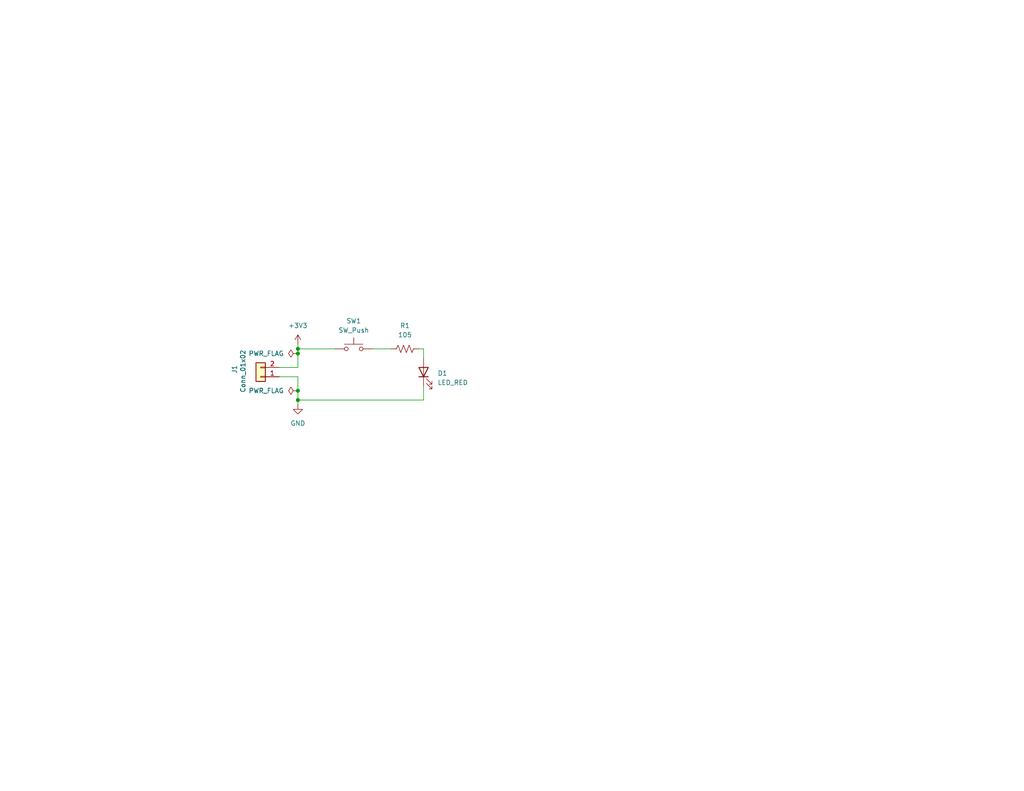
<source format=kicad_sch>
(kicad_sch (version 20231120) (generator "eeschema") (generator_version "8.0")
  (paper "USLetter")
  (title_block (title "LED Project") (date "2024-09-18") (rev "1.0") (company "Illini Solar Car") (comment 1 "Designed By: Tsung-chi Fang"))
  (lib_symbols
    (symbol "Connector_Generic:Conn_01x02" (pin_names (offset 1.016) hide)
      (property "Reference" "J" (at 0 2.54 0))
      (property "Value" "Conn_01x02" (at 0 -5.08 0))
      (symbol "Conn_01x02_1_1"
        (rectangle (start -1.27 -2.413) (end 0 -2.667) (stroke (width 0.1524)))
        (rectangle (start -1.27 0.127) (end 0 -0.127) (stroke (width 0.1524)))
        (rectangle (start -1.27 1.27) (end 1.27 -3.81) (stroke (width 0.254)) (fill (type background)))
        (pin passive line (at -5.08 0 0) (length 3.81) (name "Pin_1") (number "1"))
        (pin passive line (at -5.08 -2.54 0) (length 3.81) (name "Pin_2") (number "2"))
      )
    )
    (symbol "Device:R_US" (pin_numbers hide) (pin_names (offset 0))
      (property "Reference" "R" (at 2.54 0 90))
      (property "Value" "R_US" (at -2.54 0 90))
      (symbol "R_US_0_1"
        (polyline (pts (xy 0 -2.286) (xy 0 -2.54)))
        (polyline (pts (xy 0 2.286) (xy 0 2.54)))
        (polyline (pts (xy 0 -0.762) (xy 1.016 -1.143) (xy 0 -1.524) (xy -1.016 -1.905) (xy 0 -2.286)))
        (polyline (pts (xy 0 0.762) (xy 1.016 0.381) (xy 0 0) (xy -1.016 -0.381) (xy 0 -0.762)))
        (polyline (pts (xy 0 2.286) (xy 1.016 1.905) (xy 0 1.524) (xy -1.016 1.143) (xy 0 0.762)))
      )
      (symbol "R_US_1_1"
        (pin passive line (at 0 3.81 270) (length 1.27) (name "~") (number "1"))
        (pin passive line (at 0 -3.81 90) (length 1.27) (name "~") (number "2"))
      )
    )
    (symbol "Switch:SW_Push" (pin_numbers hide) (pin_names (offset 1.016) hide)
      (property "Reference" "SW" (at 1.27 2.54 0))
      (property "Value" "SW_Push" (at 0 -1.524 0))
      (symbol "SW_Push_0_1"
        (circle (center -2.032 0) (radius 0.508))
        (polyline (pts (xy 0 1.27) (xy 0 3.048)))
        (polyline (pts (xy 2.54 1.27) (xy -2.54 1.27)))
        (circle (center 2.032 0) (radius 0.508))
        (pin passive line (at -5.08 0 0) (length 2.54) (name "1") (number "1"))
        (pin passive line (at 5.08 0 180) (length 2.54) (name "2") (number "2"))
      )
    )
    (symbol "device:LED" (pin_numbers hide) (pin_names (offset 1.016) hide)
      (property "Reference" "D" (at 0 2.54 0))
      (property "Value" "LED" (at 0 -2.54 0))
      (symbol "LED_0_1"
        (polyline (pts (xy -1.27 -1.27) (xy -1.27 1.27)) (stroke (width 0.254)))
        (polyline (pts (xy -1.27 0) (xy 1.27 0)))
        (polyline (pts (xy 1.27 -1.27) (xy 1.27 1.27) (xy -1.27 0) (xy 1.27 -1.27)) (stroke (width 0.254)))
        (polyline (pts (xy -3.048 -0.762) (xy -4.572 -2.286) (xy -3.81 -2.286) (xy -4.572 -2.286) (xy -4.572 -1.524)))
        (polyline (pts (xy -1.778 -0.762) (xy -3.302 -2.286) (xy -2.54 -2.286) (xy -3.302 -2.286) (xy -3.302 -1.524)))
      )
      (symbol "LED_1_1"
        (pin passive line (at -3.81 0 0) (length 2.54) (name "K") (number "1"))
        (pin passive line (at 3.81 0 180) (length 2.54) (name "A") (number "2"))
      )
    )
    (symbol "power:+3V3" (power) (pin_names (offset 0))
      (property "Value" "+3V3" (at 0 3.556 0))
      (symbol "+3V3_0_1"
        (polyline (pts (xy -0.762 1.27) (xy 0 2.54)))
        (polyline (pts (xy 0 0) (xy 0 2.54)))
        (polyline (pts (xy 0 2.54) (xy 0.762 1.27)))
      )
      (symbol "+3V3_1_1"
        (pin power_in line (at 0 0 90) (length 0) hide (name "+3V3") (number "1"))
      )
    )
    (symbol "power:GND" (power) (pin_names (offset 0))
      (property "Value" "GND" (at 0 -3.81 0))
      (symbol "GND_0_1"
        (polyline (pts (xy 0 0) (xy 0 -1.27) (xy 1.27 -1.27) (xy 0 -2.54) (xy -1.27 -1.27) (xy 0 -1.27)))
      )
      (symbol "GND_1_1"
        (pin power_in line (at 0 0 270) (length 0) hide (name "GND") (number "1"))
      )
    )
    (symbol "power:PWR_FLAG" (power) (pin_numbers hide) (pin_names (offset 0) hide)
      (property "Value" "PWR_FLAG" (at 0 3.81 0))
      (symbol "PWR_FLAG_0_0"
        (pin power_out line (at 0 0 90) (length 0) (name "pwr") (number "1"))
      )
      (symbol "PWR_FLAG_0_1"
        (polyline (pts (xy 0 0) (xy 0 1.27) (xy -1.016 1.905) (xy 0 2.54) (xy 1.016 1.905) (xy 0 1.27)))
      )
    )
  )
  (junction (at 81.28 95.25))
  (junction (at 81.28 109.22))
  (junction (at 81.28 96.52))
  (junction (at 81.28 106.68))
  (wire (pts (xy 81.28 109.22) (xy 81.28 110.49)))
  (wire (pts (xy 115.57 95.25) (xy 115.57 97.79)))
  (wire (pts (xy 114.3 95.25) (xy 115.57 95.25)))
  (wire (pts (xy 81.28 95.25) (xy 81.28 96.52)))
  (wire (pts (xy 81.28 93.98) (xy 81.28 95.25)))
  (wire (pts (xy 115.57 105.41) (xy 115.57 109.22)))
  (wire (pts (xy 81.28 95.25) (xy 91.44 95.25)))
  (wire (pts (xy 81.28 109.22) (xy 115.57 109.22)))
  (wire (pts (xy 76.2 102.87) (xy 81.28 102.87)))
  (wire (pts (xy 76.2 100.33) (xy 81.28 100.33)))
  (wire (pts (xy 101.6 95.25) (xy 106.68 95.25)))
  (wire (pts (xy 81.28 102.87) (xy 81.28 106.68)))
  (wire (pts (xy 81.28 106.68) (xy 81.28 109.22)))
  (wire (pts (xy 81.28 100.33) (xy 81.28 96.52)))
  (symbol (lib_id "Switch:SW_Push") (at 96.52 95.25 0) (unit 1)
    (property "Reference" "SW1" (at 96.52 87.63 0))
    (property "Value" "SW_Push" (at 96.52 90.17 0))
    (property "Footprint" "Button_Switch_SMD:SW_DIP_SPSTx01_Slide_6.7x4.1mm_W8.61mm_P2.54mm_LowProfile" (effects (hide yes)))
    (property "Datasheet" "https://www.digikey.com/product-detail/en/te-connectivity-alcoswitch-switches/1825910-6/450-1650-ND/1632536?utm_adgroup=Supplier_TE&utm_source=google&utm_medium=cpc&utm_campaign=EN_Product_SKU_MBR&utm_term=%2B1825910-6&utm_content=Supplier_TE&gclid=Cj0KCQjwp4j6BRCRARIsAGq4yMGhBEsv1v5KcRzgW34aOMlPkoRB4A-7BCN08FfGaiq_Dk_nlKJ0QU8aAhZPEALw_wcB" (effects (hide yes)))
    (property "Description" "Push button switch, generic, two pins" (effects (hide yes)))
    (property "MPN" "1825910-6" (effects (hide yes)))
  )
  (symbol (lib_id "device:LED") (at 115.57 101.6 90) (unit 1)
    (property "Reference" "D1" (at 119.38 101.9174 90) (effects (justify right)))
    (property "Value" "LED_RED" (at 119.38 104.4574 90) (effects (justify right)))
    (property "Footprint" "layout:LED_0603_Symbol_on_F.SilkS" (effects (hide yes)))
    (property "Description" "Light emitting diode" (effects (hide yes)))
  )
  (symbol (lib_id "Connector_Generic:Conn_01x02") (at 71.12 102.87 180) (unit 1)
    (property "Reference" "J1" (at 64.008 100.838 90))
    (property "Value" "Conn_01x02" (at 66.294 101.346 90))
    (property "Footprint" "Connector_Molex:Molex_KK-254_AE-6410-02A_1x02_P2.54mm_Vertical" (effects (hide yes)))
    (property "Datasheet" "https://www.molex.com/pdm_docs/sd/022272021_sd.pdf" (effects (hide yes)))
    (property "Description" "Generic connector, single row, 01x02, script generated (kicad-library-utils/schlib/autogen/connector/)" (effects (hide yes)))
    (property "MPN" "022272021" (effects (hide yes)))
  )
  (symbol (lib_id "Device:R_US") (at 110.49 95.25 270) (unit 1)
    (property "Reference" "R1" (at 110.49 88.9 90))
    (property "Value" "105" (at 110.49 91.44 90))
    (property "Footprint" "Resistor_SMD:R_0603_1608Metric_Pad0.98x0.95mm_HandSolder" (effects (hide yes)))
    (property "Description" "Resistor, US symbol" (effects (hide yes)))
  )
  (symbol (lib_id "power:+3V3") (at 81.28 93.98 0) (unit 1)
    (property "Reference" "#PWR01" (effects (hide yes)))
    (property "Value" "+3V3" (at 81.28 88.9 0))
    (property "Description" "Power symbol creates a global label with name \"+3V3\"" (effects (hide yes)))
  )
  (symbol (lib_id "power:PWR_FLAG") (at 81.28 106.68 90) (unit 1)
    (property "Reference" "#FLG02" (effects (hide yes)))
    (property "Value" "PWR_FLAG" (at 77.47 106.6799 90) (effects (justify left)))
    (property "Description" "Special symbol for telling ERC where power comes from" (effects (hide yes)))
  )
  (symbol (lib_id "power:PWR_FLAG") (at 81.28 96.52 90) (unit 1)
    (property "Reference" "#FLG01" (effects (hide yes)))
    (property "Value" "PWR_FLAG" (at 77.47 96.5199 90) (effects (justify left)))
    (property "Description" "Special symbol for telling ERC where power comes from" (effects (hide yes)))
  )
  (symbol (lib_id "power:GND") (at 81.28 110.49 0) (unit 1)
    (property "Reference" "#PWR02" (effects (hide yes)))
    (property "Value" "GND" (at 81.28 115.57 0))
    (property "Description" "Power symbol creates a global label with name \"GND\" , ground" (effects (hide yes)))
  )
)
</source>
